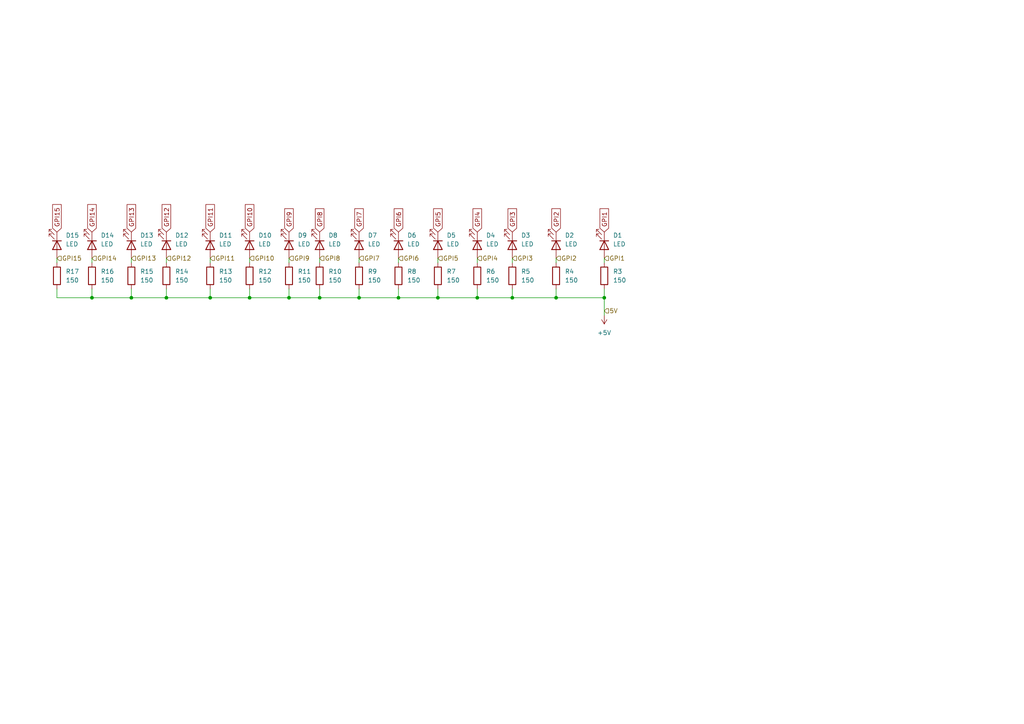
<source format=kicad_sch>
(kicad_sch (version 20231120) (generator "eeschema") (generator_version "8.0")
  (paper "A4")
  (lib_symbols
    (symbol "Device:LED" (pin_numbers hide) (pin_names (offset 1.016) hide)
      (property "Reference" "D" (at 0 2.54 0))
      (property "Value" "LED" (at 0 -2.54 0))
      (symbol "LED_0_1"
        (polyline (pts (xy -1.27 -1.27) (xy -1.27 1.27)) (stroke (width 0.254)))
        (polyline (pts (xy -1.27 0) (xy 1.27 0)))
        (polyline (pts (xy 1.27 -1.27) (xy 1.27 1.27) (xy -1.27 0) (xy 1.27 -1.27)) (stroke (width 0.254)))
        (polyline (pts (xy -3.048 -0.762) (xy -4.572 -2.286) (xy -3.81 -2.286) (xy -4.572 -2.286) (xy -4.572 -1.524)))
        (polyline (pts (xy -1.778 -0.762) (xy -3.302 -2.286) (xy -2.54 -2.286) (xy -3.302 -2.286) (xy -3.302 -1.524)))
      )
      (symbol "LED_1_1"
        (pin passive line (at -3.81 0 0) (length 2.54) (name "K") (number "1"))
        (pin passive line (at 3.81 0 180) (length 2.54) (name "A") (number "2"))
      )
    )
    (symbol "Device:R" (pin_numbers hide) (pin_names (offset 0))
      (property "Reference" "R" (at 2.032 0 90))
      (property "Value" "R" (at 0 0 90))
      (symbol "R_0_1"
        (rectangle (start -1.016 -2.54) (end 1.016 2.54) (stroke (width 0.254)))
      )
      (symbol "R_1_1"
        (pin passive line (at 0 3.81 270) (length 1.27) (name "~") (number "1"))
        (pin passive line (at 0 -3.81 90) (length 1.27) (name "~") (number "2"))
      )
    )
    (symbol "power:+5V" (power) (pin_numbers hide) (pin_names (offset 0) hide)
      (property "Value" "+5V" (at 0 3.556 0))
      (symbol "+5V_0_1"
        (polyline (pts (xy -0.762 1.27) (xy 0 2.54)))
        (polyline (pts (xy 0 0) (xy 0 2.54)))
        (polyline (pts (xy 0 2.54) (xy 0.762 1.27)))
      )
      (symbol "+5V_1_1"
        (pin power_in line (at 0 0 90) (length 0) (name "~") (number "1"))
      )
    )
  )
  (junction (at 92.71 86.36))
  (junction (at 72.39 86.36))
  (junction (at 161.29 86.36))
  (junction (at 48.26 86.36))
  (junction (at 38.1 86.36))
  (junction (at 26.67 86.36))
  (junction (at 148.59 86.36))
  (junction (at 138.43 86.36))
  (junction (at 104.14 86.36))
  (junction (at 175.26 86.36))
  (junction (at 115.57 86.36))
  (junction (at 127 86.36))
  (junction (at 83.82 86.36))
  (junction (at 60.96 86.36))
  (wire (pts (xy 148.59 83.82) (xy 148.59 86.36)))
  (wire (pts (xy 175.26 76.2) (xy 175.26 74.93)))
  (wire (pts (xy 48.26 86.36) (xy 60.96 86.36)))
  (wire (pts (xy 175.26 86.36) (xy 175.26 83.82)))
  (wire (pts (xy 26.67 83.82) (xy 26.67 86.36)))
  (wire (pts (xy 92.71 83.82) (xy 92.71 86.36)))
  (wire (pts (xy 26.67 86.36) (xy 38.1 86.36)))
  (wire (pts (xy 92.71 76.2) (xy 92.71 74.93)))
  (wire (pts (xy 60.96 86.36) (xy 72.39 86.36)))
  (wire (pts (xy 83.82 86.36) (xy 92.71 86.36)))
  (wire (pts (xy 60.96 83.82) (xy 60.96 86.36)))
  (wire (pts (xy 26.67 76.2) (xy 26.67 74.93)))
  (wire (pts (xy 161.29 83.82) (xy 161.29 86.36)))
  (wire (pts (xy 72.39 86.36) (xy 83.82 86.36)))
  (wire (pts (xy 127 76.2) (xy 127 74.93)))
  (wire (pts (xy 72.39 83.82) (xy 72.39 86.36)))
  (wire (pts (xy 104.14 83.82) (xy 104.14 86.36)))
  (wire (pts (xy 104.14 76.2) (xy 104.14 74.93)))
  (wire (pts (xy 127 83.82) (xy 127 86.36)))
  (wire (pts (xy 148.59 86.36) (xy 161.29 86.36)))
  (wire (pts (xy 138.43 76.2) (xy 138.43 74.93)))
  (wire (pts (xy 38.1 86.36) (xy 48.26 86.36)))
  (wire (pts (xy 16.51 83.82) (xy 16.51 86.36)))
  (wire (pts (xy 115.57 83.82) (xy 115.57 86.36)))
  (wire (pts (xy 161.29 86.36) (xy 175.26 86.36)))
  (wire (pts (xy 16.51 76.2) (xy 16.51 74.93)))
  (wire (pts (xy 138.43 86.36) (xy 148.59 86.36)))
  (wire (pts (xy 48.26 83.82) (xy 48.26 86.36)))
  (wire (pts (xy 115.57 76.2) (xy 115.57 74.93)))
  (wire (pts (xy 115.57 86.36) (xy 127 86.36)))
  (wire (pts (xy 104.14 86.36) (xy 115.57 86.36)))
  (wire (pts (xy 175.26 91.44) (xy 175.26 86.36)))
  (wire (pts (xy 138.43 83.82) (xy 138.43 86.36)))
  (wire (pts (xy 38.1 76.2) (xy 38.1 74.93)))
  (wire (pts (xy 16.51 86.36) (xy 26.67 86.36)))
  (wire (pts (xy 72.39 76.2) (xy 72.39 74.93)))
  (wire (pts (xy 127 86.36) (xy 138.43 86.36)))
  (wire (pts (xy 48.26 76.2) (xy 48.26 74.93)))
  (wire (pts (xy 60.96 76.2) (xy 60.96 74.93)))
  (wire (pts (xy 83.82 76.2) (xy 83.82 74.93)))
  (wire (pts (xy 83.82 83.82) (xy 83.82 86.36)))
  (wire (pts (xy 148.59 76.2) (xy 148.59 74.93)))
  (wire (pts (xy 161.29 74.93) (xy 161.29 76.2)))
  (wire (pts (xy 38.1 83.82) (xy 38.1 86.36)))
  (wire (pts (xy 92.71 86.36) (xy 104.14 86.36)))
  (global_label "GPI5" (shape input) (at 127 67.31 90) (property "Intersheetrefs" "${INTERSHEET_REFS}" (effects (hide yes))))
  (global_label "GPI1" (shape input) (at 175.26 67.31 90) (property "Intersheetrefs" "${INTERSHEET_REFS}" (effects (hide yes))))
  (global_label "GPI13" (shape input) (at 38.1 67.31 90) (property "Intersheetrefs" "${INTERSHEET_REFS}" (effects (hide yes))))
  (global_label "GPI6" (shape input) (at 115.57 67.31 90) (property "Intersheetrefs" "${INTERSHEET_REFS}" (effects (hide yes))))
  (global_label "GPI7" (shape input) (at 104.14 67.31 90) (property "Intersheetrefs" "${INTERSHEET_REFS}" (effects (hide yes))))
  (global_label "GPI9" (shape input) (at 83.82 67.31 90) (property "Intersheetrefs" "${INTERSHEET_REFS}" (effects (hide yes))))
  (global_label "GPI10" (shape input) (at 72.39 67.31 90) (property "Intersheetrefs" "${INTERSHEET_REFS}" (effects (hide yes))))
  (global_label "GPI14" (shape input) (at 26.67 67.31 90) (property "Intersheetrefs" "${INTERSHEET_REFS}" (effects (hide yes))))
  (global_label "GPI2" (shape input) (at 161.29 67.31 90) (property "Intersheetrefs" "${INTERSHEET_REFS}" (effects (hide yes))))
  (global_label "GPI4" (shape input) (at 138.43 67.31 90) (property "Intersheetrefs" "${INTERSHEET_REFS}" (effects (hide yes))))
  (global_label "GPI11" (shape input) (at 60.96 67.31 90) (property "Intersheetrefs" "${INTERSHEET_REFS}" (effects (hide yes))))
  (global_label "GPI8" (shape input) (at 92.71 67.31 90) (property "Intersheetrefs" "${INTERSHEET_REFS}" (effects (hide yes))))
  (global_label "GPI15" (shape input) (at 16.51 67.31 90) (property "Intersheetrefs" "${INTERSHEET_REFS}" (effects (hide yes))))
  (global_label "GPI12" (shape input) (at 48.26 67.31 90) (property "Intersheetrefs" "${INTERSHEET_REFS}" (effects (hide yes))))
  (global_label "GPI3" (shape input) (at 148.59 67.31 90) (property "Intersheetrefs" "${INTERSHEET_REFS}" (effects (hide yes))))
  (hierarchical_label "GPI13" (shape input) (at 38.1 74.93 0))
  (hierarchical_label "GPI3" (shape input) (at 148.59 74.93 0))
  (hierarchical_label "GPI11" (shape input) (at 60.96 74.93 0))
  (hierarchical_label "GPI9" (shape input) (at 83.82 74.93 0))
  (hierarchical_label "GPI5" (shape input) (at 127 74.93 0))
  (hierarchical_label "GPI14" (shape input) (at 26.67 74.93 0))
  (hierarchical_label "GPI10" (shape input) (at 72.39 74.93 0))
  (hierarchical_label "5V" (shape input) (at 175.26 90.17 0))
  (hierarchical_label "GPI1" (shape input) (at 175.26 74.93 0))
  (hierarchical_label "GPI4" (shape input) (at 138.43 74.93 0))
  (hierarchical_label "GPI8" (shape input) (at 92.71 74.93 0))
  (hierarchical_label "GPI12" (shape input) (at 48.26 74.93 0))
  (hierarchical_label "GPI2" (shape input) (at 161.29 74.93 0))
  (hierarchical_label "GPI15" (shape input) (at 16.51 74.93 0))
  (hierarchical_label "GPI7" (shape input) (at 104.14 74.93 0))
  (hierarchical_label "GPI6" (shape input) (at 115.57 74.93 0))
  (symbol (lib_id "Device:R") (at 83.82 80.01 0) (unit 1)
    (property "Reference" "R11" (at 86.36 78.7399 0) (effects (justify left)))
    (property "Value" "150" (at 86.36 81.2799 0) (effects (justify left)))
    (property "Description" "Resistor" (effects (hide yes)))
  )
  (symbol (lib_id "Device:LED") (at 175.26 71.12 270) (unit 1)
    (property "Reference" "D1" (at 177.8 68.2624 90) (effects (justify left)))
    (property "Value" "LED" (at 177.8 70.8024 90) (effects (justify left)))
    (property "Description" "Light emitting diode" (effects (hide yes)))
  )
  (symbol (lib_id "Device:LED") (at 92.71 71.12 270) (unit 1)
    (property "Reference" "D8" (at 95.25 68.2624 90) (effects (justify left)))
    (property "Value" "LED" (at 95.25 70.8024 90) (effects (justify left)))
    (property "Description" "Light emitting diode" (effects (hide yes)))
  )
  (symbol (lib_id "Device:LED") (at 60.96 71.12 270) (unit 1)
    (property "Reference" "D11" (at 63.5 68.2624 90) (effects (justify left)))
    (property "Value" "LED" (at 63.5 70.8024 90) (effects (justify left)))
    (property "Description" "Light emitting diode" (effects (hide yes)))
  )
  (symbol (lib_id "Device:R") (at 104.14 80.01 0) (unit 1)
    (property "Reference" "R9" (at 106.68 78.7399 0) (effects (justify left)))
    (property "Value" "150" (at 106.68 81.2799 0) (effects (justify left)))
    (property "Description" "Resistor" (effects (hide yes)))
  )
  (symbol (lib_id "Device:LED") (at 161.29 71.12 270) (unit 1)
    (property "Reference" "D2" (at 163.83 68.2624 90) (effects (justify left)))
    (property "Value" "LED" (at 163.83 70.8024 90) (effects (justify left)))
    (property "Description" "Light emitting diode" (effects (hide yes)))
  )
  (symbol (lib_id "Device:R") (at 48.26 80.01 0) (unit 1)
    (property "Reference" "R14" (at 50.8 78.7399 0) (effects (justify left)))
    (property "Value" "150" (at 50.8 81.2799 0) (effects (justify left)))
    (property "Description" "Resistor" (effects (hide yes)))
  )
  (symbol (lib_id "power:+5V") (at 175.26 91.44 180) (unit 1)
    (property "Reference" "#PWR09" (effects (hide yes)))
    (property "Value" "+5V" (at 175.26 96.52 0))
    (property "Description" "Power symbol creates a global label with name \"+5V\"" (effects (hide yes)))
  )
  (symbol (lib_id "Device:LED") (at 72.39 71.12 270) (unit 1)
    (property "Reference" "D10" (at 74.93 68.2624 90) (effects (justify left)))
    (property "Value" "LED" (at 74.93 70.8024 90) (effects (justify left)))
    (property "Description" "Light emitting diode" (effects (hide yes)))
  )
  (symbol (lib_id "Device:R") (at 26.67 80.01 0) (unit 1)
    (property "Reference" "R16" (at 29.21 78.7399 0) (effects (justify left)))
    (property "Value" "150" (at 29.21 81.2799 0) (effects (justify left)))
    (property "Description" "Resistor" (effects (hide yes)))
  )
  (symbol (lib_id "Device:R") (at 92.71 80.01 0) (unit 1)
    (property "Reference" "R10" (at 95.25 78.7399 0) (effects (justify left)))
    (property "Value" "150" (at 95.25 81.2799 0) (effects (justify left)))
    (property "Description" "Resistor" (effects (hide yes)))
  )
  (symbol (lib_id "Device:R") (at 127 80.01 0) (unit 1)
    (property "Reference" "R7" (at 129.54 78.7399 0) (effects (justify left)))
    (property "Value" "150" (at 129.54 81.2799 0) (effects (justify left)))
    (property "Description" "Resistor" (effects (hide yes)))
  )
  (symbol (lib_id "Device:LED") (at 148.59 71.12 270) (unit 1)
    (property "Reference" "D3" (at 151.13 68.2624 90) (effects (justify left)))
    (property "Value" "LED" (at 151.13 70.8024 90) (effects (justify left)))
    (property "Description" "Light emitting diode" (effects (hide yes)))
  )
  (symbol (lib_id "Device:LED") (at 38.1 71.12 270) (unit 1)
    (property "Reference" "D13" (at 40.64 68.2624 90) (effects (justify left)))
    (property "Value" "LED" (at 40.64 70.8024 90) (effects (justify left)))
    (property "Description" "Light emitting diode" (effects (hide yes)))
  )
  (symbol (lib_id "Device:LED") (at 138.43 71.12 270) (unit 1)
    (property "Reference" "D4" (at 140.97 68.2624 90) (effects (justify left)))
    (property "Value" "LED" (at 140.97 70.8024 90) (effects (justify left)))
    (property "Description" "Light emitting diode" (effects (hide yes)))
  )
  (symbol (lib_id "Device:LED") (at 83.82 71.12 270) (unit 1)
    (property "Reference" "D9" (at 86.36 68.2624 90) (effects (justify left)))
    (property "Value" "LED" (at 86.36 70.8024 90) (effects (justify left)))
    (property "Description" "Light emitting diode" (effects (hide yes)))
  )
  (symbol (lib_id "Device:LED") (at 16.51 71.12 270) (unit 1)
    (property "Reference" "D15" (at 19.05 68.2624 90) (effects (justify left)))
    (property "Value" "LED" (at 19.05 70.8024 90) (effects (justify left)))
    (property "Description" "Light emitting diode" (effects (hide yes)))
  )
  (symbol (lib_id "Device:LED") (at 115.57 71.12 270) (unit 1)
    (property "Reference" "D6" (at 118.11 68.2624 90) (effects (justify left)))
    (property "Value" "LED" (at 118.11 70.8024 90) (effects (justify left)))
    (property "Description" "Light emitting diode" (effects (hide yes)))
  )
  (symbol (lib_id "Device:R") (at 72.39 80.01 0) (unit 1)
    (property "Reference" "R12" (at 74.93 78.7399 0) (effects (justify left)))
    (property "Value" "150" (at 74.93 81.2799 0) (effects (justify left)))
    (property "Description" "Resistor" (effects (hide yes)))
  )
  (symbol (lib_id "Device:LED") (at 127 71.12 270) (unit 1)
    (property "Reference" "D5" (at 129.54 68.2624 90) (effects (justify left)))
    (property "Value" "LED" (at 129.54 70.8024 90) (effects (justify left)))
    (property "Description" "Light emitting diode" (effects (hide yes)))
  )
  (symbol (lib_id "Device:R") (at 38.1 80.01 0) (unit 1)
    (property "Reference" "R15" (at 40.64 78.7399 0) (effects (justify left)))
    (property "Value" "150" (at 40.64 81.2799 0) (effects (justify left)))
    (property "Description" "Resistor" (effects (hide yes)))
  )
  (symbol (lib_id "Device:R") (at 115.57 80.01 0) (unit 1)
    (property "Reference" "R8" (at 118.11 78.7399 0) (effects (justify left)))
    (property "Value" "150" (at 118.11 81.2799 0) (effects (justify left)))
    (property "Description" "Resistor" (effects (hide yes)))
  )
  (symbol (lib_id "Device:R") (at 175.26 80.01 0) (unit 1)
    (property "Reference" "R3" (at 177.8 78.7399 0) (effects (justify left)))
    (property "Value" "150" (at 177.8 81.2799 0) (effects (justify left)))
    (property "Description" "Resistor" (effects (hide yes)))
  )
  (symbol (lib_id "Device:R") (at 148.59 80.01 0) (unit 1)
    (property "Reference" "R5" (at 151.13 78.7399 0) (effects (justify left)))
    (property "Value" "150" (at 151.13 81.2799 0) (effects (justify left)))
    (property "Description" "Resistor" (effects (hide yes)))
  )
  (symbol (lib_id "Device:R") (at 161.29 80.01 0) (unit 1)
    (property "Reference" "R4" (at 163.83 78.7399 0) (effects (justify left)))
    (property "Value" "150" (at 163.83 81.2799 0) (effects (justify left)))
    (property "Description" "Resistor" (effects (hide yes)))
  )
  (symbol (lib_id "Device:R") (at 60.96 80.01 0) (unit 1)
    (property "Reference" "R13" (at 63.5 78.7399 0) (effects (justify left)))
    (property "Value" "150" (at 63.5 81.2799 0) (effects (justify left)))
    (property "Description" "Resistor" (effects (hide yes)))
  )
  (symbol (lib_id "Device:LED") (at 104.14 71.12 270) (unit 1)
    (property "Reference" "D7" (at 106.68 68.2624 90) (effects (justify left)))
    (property "Value" "LED" (at 106.68 70.8024 90) (effects (justify left)))
    (property "Description" "Light emitting diode" (effects (hide yes)))
  )
  (symbol (lib_id "Device:LED") (at 26.67 71.12 270) (unit 1)
    (property "Reference" "D14" (at 29.21 68.2624 90) (effects (justify left)))
    (property "Value" "LED" (at 29.21 70.8024 90) (effects (justify left)))
    (property "Description" "Light emitting diode" (effects (hide yes)))
  )
  (symbol (lib_id "Device:R") (at 138.43 80.01 0) (unit 1)
    (property "Reference" "R6" (at 140.97 78.7399 0) (effects (justify left)))
    (property "Value" "150" (at 140.97 81.2799 0) (effects (justify left)))
    (property "Description" "Resistor" (effects (hide yes)))
  )
  (symbol (lib_id "Device:LED") (at 48.26 71.12 270) (unit 1)
    (property "Reference" "D12" (at 50.8 68.2624 90) (effects (justify left)))
    (property "Value" "LED" (at 50.8 70.8024 90) (effects (justify left)))
    (property "Description" "Light emitting diode" (effects (hide yes)))
  )
  (symbol (lib_id "Device:R") (at 16.51 80.01 0) (unit 1)
    (property "Reference" "R17" (at 19.05 78.7399 0) (effects (justify left)))
    (property "Value" "150" (at 19.05 81.2799 0) (effects (justify left)))
    (property "Description" "Resistor" (effects (hide yes)))
  )
)
</source>
